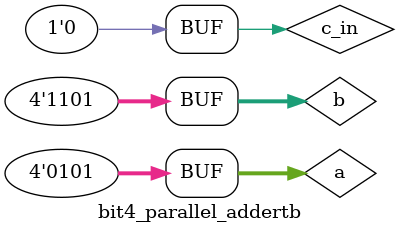
<source format=v>
module bit4_parallel_addertb;
	// Inputs
	reg [3:0] a;
	reg [3:0] b;
	reg c_in;

	// Outputs
	wire [3:0] sum;
	wire c_out;

	// Instantiate the Unit Under Test (UUT)
	bit4_parallel_adder uut (
		.a(a), 
		.b(b), 
		.c_in(c_in), 
		.sum(sum), 
		.c_out(c_out)
	);

	initial begin
	  $monitor("Time = %0t | a = %b, b = %b, c_in = %b | sum = %b, c_out = %b", 
                 $time, a, b, c_in, sum, c_out);
		// Initialize Inputs
		a = 4'b0101;
		b = 4'b1101;
		c_in = 0;
		// Wait 100 ns for global reset to finish
		#100;
      

	end
 endmodule

</source>
